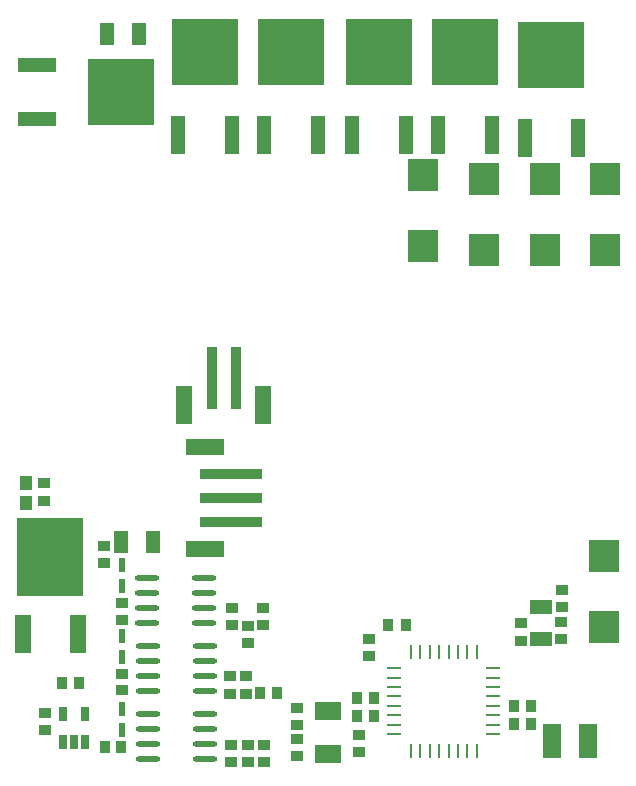
<source format=gtp>
%FSLAX25Y25*%
%MOIN*%
G70*
G01*
G75*
G04 Layer_Color=8421504*
%ADD10R,0.04331X0.06693*%
%ADD11R,0.05315X0.11024*%
%ADD12R,0.03543X0.03150*%
%ADD13O,0.08661X0.02362*%
%ADD14O,0.06496X0.02165*%
%ADD15O,0.02165X0.06496*%
%ADD16R,0.21260X0.21850*%
%ADD17R,0.12008X0.03937*%
%ADD18R,0.21850X0.21260*%
%ADD19R,0.03937X0.12008*%
%ADD20R,0.02362X0.04331*%
%ADD21R,0.03937X0.21654*%
%ADD22R,0.05906X0.13386*%
%ADD23R,0.21654X0.03937*%
%ADD24R,0.13386X0.05906*%
%ADD25R,0.06693X0.04331*%
%ADD26R,0.09646X0.10039*%
%ADD27R,0.03347X0.04134*%
%ADD28R,0.01378X0.03937*%
%ADD29C,0.06000*%
%ADD30R,0.03543X0.02756*%
%ADD31R,0.02756X0.03543*%
%ADD32R,0.21850X0.25590*%
%ADD33R,0.04921X0.12008*%
%ADD34R,0.09449X0.06693*%
%ADD35R,0.03150X0.03543*%
%ADD36C,0.02500*%
%ADD37C,0.02000*%
%ADD38C,0.00800*%
%ADD39C,0.01000*%
%ADD40C,0.01200*%
%ADD41C,0.00600*%
%ADD42C,0.04000*%
%ADD43C,0.01500*%
%ADD44C,0.11811*%
%ADD45O,0.11811X0.05906*%
%ADD46O,0.05906X0.11811*%
%ADD47C,0.05906*%
%ADD48C,0.02000*%
%ADD49C,0.02400*%
%ADD50C,0.33896*%
%ADD51C,0.06337*%
%ADD52C,0.04369*%
%ADD53C,0.14998*%
%ADD54C,0.03600*%
%ADD55R,0.02795X0.05000*%
%ADD56C,0.00984*%
%ADD57C,0.02362*%
%ADD58C,0.01575*%
%ADD59C,0.00787*%
%ADD60R,0.02500X0.02400*%
%ADD61R,0.17100X0.03700*%
%ADD62R,0.07087X0.03743*%
%ADD63R,0.04931X0.07293*%
%ADD64R,0.05915X0.11624*%
%ADD65R,0.04143X0.03750*%
%ADD66O,0.08061X0.01762*%
%ADD67O,0.05296X0.00965*%
%ADD68O,0.00965X0.05296*%
%ADD69R,0.21860X0.22450*%
%ADD70R,0.12608X0.04537*%
%ADD71R,0.22450X0.21860*%
%ADD72R,0.04537X0.12608*%
%ADD73R,0.02962X0.04931*%
%ADD74R,0.03337X0.21054*%
%ADD75R,0.05306X0.12786*%
%ADD76R,0.21054X0.03337*%
%ADD77R,0.12786X0.05306*%
%ADD78R,0.07293X0.04931*%
%ADD79R,0.10246X0.10639*%
%ADD80R,0.03947X0.04734*%
%ADD81R,0.01978X0.04537*%
%ADD82R,0.04143X0.03356*%
%ADD83R,0.03356X0.04143*%
%ADD84R,0.22450X0.26191*%
%ADD85R,0.05521X0.12608*%
%ADD86R,0.08849X0.06093*%
%ADD87R,0.03750X0.04143*%
D63*
X37015Y246800D02*
D03*
X26385D02*
D03*
X31085Y77300D02*
D03*
X41715D02*
D03*
D64*
X186804Y11000D02*
D03*
X174796D02*
D03*
D65*
X5600Y14844D02*
D03*
Y20356D02*
D03*
X31300Y57056D02*
D03*
Y51544D02*
D03*
Y33556D02*
D03*
Y28044D02*
D03*
X25500Y70544D02*
D03*
Y76056D02*
D03*
X89600Y11656D02*
D03*
Y6144D02*
D03*
X89800Y16544D02*
D03*
Y22056D02*
D03*
D66*
X58549Y50600D02*
D03*
Y55600D02*
D03*
Y60600D02*
D03*
Y65600D02*
D03*
X39651Y50600D02*
D03*
Y55600D02*
D03*
Y60600D02*
D03*
Y65600D02*
D03*
X58949Y27700D02*
D03*
Y32700D02*
D03*
Y37700D02*
D03*
Y42700D02*
D03*
X40051Y27700D02*
D03*
Y32700D02*
D03*
Y37700D02*
D03*
Y42700D02*
D03*
X58949Y5100D02*
D03*
Y10100D02*
D03*
Y15100D02*
D03*
Y20100D02*
D03*
X40051Y5100D02*
D03*
Y10100D02*
D03*
Y15100D02*
D03*
Y20100D02*
D03*
D67*
X122065Y35424D02*
D03*
Y32274D02*
D03*
Y29124D02*
D03*
Y25975D02*
D03*
Y22825D02*
D03*
Y19676D02*
D03*
Y16526D02*
D03*
Y13376D02*
D03*
X155135D02*
D03*
Y16526D02*
D03*
Y19676D02*
D03*
Y22825D02*
D03*
Y25975D02*
D03*
Y29124D02*
D03*
Y32274D02*
D03*
Y35424D02*
D03*
D68*
X127576Y7865D02*
D03*
X130726D02*
D03*
X133876D02*
D03*
X137025D02*
D03*
X140175D02*
D03*
X143324D02*
D03*
X146474D02*
D03*
X149624D02*
D03*
Y40935D02*
D03*
X146474D02*
D03*
X143324D02*
D03*
X140175D02*
D03*
X137025D02*
D03*
X133876D02*
D03*
X130726D02*
D03*
X127576D02*
D03*
D69*
X30858Y227400D02*
D03*
D70*
X3102Y218424D02*
D03*
Y236376D02*
D03*
D71*
X59000Y240958D02*
D03*
X87700D02*
D03*
X116900D02*
D03*
X145700D02*
D03*
X174500Y239758D02*
D03*
D72*
X67976Y213202D02*
D03*
X50024D02*
D03*
X96676D02*
D03*
X78724D02*
D03*
X125876D02*
D03*
X107924D02*
D03*
X154676D02*
D03*
X136724D02*
D03*
X183476Y212002D02*
D03*
X165524D02*
D03*
D73*
X11660Y10776D02*
D03*
X15400D02*
D03*
X19140D02*
D03*
Y20224D02*
D03*
X11660D02*
D03*
D74*
X69237Y132029D02*
D03*
X61363D02*
D03*
D75*
X52111Y123171D02*
D03*
X78489D02*
D03*
D76*
X67700Y84252D02*
D03*
Y100000D02*
D03*
Y92126D02*
D03*
D77*
X58842Y109252D02*
D03*
Y75000D02*
D03*
D78*
X171100Y45285D02*
D03*
Y55915D02*
D03*
D79*
X192000Y72909D02*
D03*
Y49091D02*
D03*
X192450Y174791D02*
D03*
Y198609D02*
D03*
X131700Y199809D02*
D03*
Y175991D02*
D03*
X151950Y174791D02*
D03*
Y198609D02*
D03*
X172200D02*
D03*
Y174791D02*
D03*
D80*
X-500Y90354D02*
D03*
Y97047D02*
D03*
D81*
X31300Y14757D02*
D03*
Y21843D02*
D03*
Y46143D02*
D03*
Y39057D02*
D03*
Y62757D02*
D03*
Y69843D02*
D03*
D82*
X177900Y55647D02*
D03*
Y61553D02*
D03*
X177600Y45047D02*
D03*
Y50953D02*
D03*
X164500Y44547D02*
D03*
Y50453D02*
D03*
X5500Y91247D02*
D03*
Y97153D02*
D03*
X73300Y43647D02*
D03*
Y49553D02*
D03*
X68000Y49647D02*
D03*
Y55553D02*
D03*
X72700Y32653D02*
D03*
Y26747D02*
D03*
X67300Y26747D02*
D03*
Y32653D02*
D03*
X110400Y13253D02*
D03*
Y7347D02*
D03*
X73300Y9953D02*
D03*
Y4047D02*
D03*
X67800Y4047D02*
D03*
Y9953D02*
D03*
X78500Y55553D02*
D03*
Y49647D02*
D03*
X78800Y9953D02*
D03*
Y4047D02*
D03*
X113700Y39347D02*
D03*
Y45253D02*
D03*
D83*
X125853Y49800D02*
D03*
X119947D02*
D03*
X83153Y27100D02*
D03*
X77247D02*
D03*
D84*
X7500Y72349D02*
D03*
D85*
X16516Y46758D02*
D03*
X-1516D02*
D03*
D86*
X99900Y21283D02*
D03*
Y6717D02*
D03*
D87*
X31056Y9100D02*
D03*
X25544D02*
D03*
X162044Y22700D02*
D03*
X167556D02*
D03*
X11444Y30300D02*
D03*
X16956D02*
D03*
X115256Y19500D02*
D03*
X109744D02*
D03*
X162044Y16700D02*
D03*
X167556D02*
D03*
X115256Y25500D02*
D03*
X109744D02*
D03*
M02*

</source>
